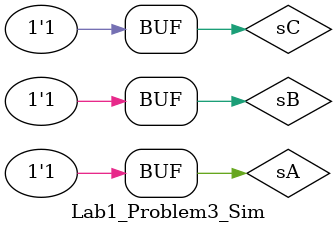
<source format=sv>
`timescale 1ns / 1ps


module Lab1_Problem3_Sim();
    logic sA, sB, sC, sX, sY;
    
    Lab1_Problem3_TruthTables UUT (
        .A(sA), .B(sB), .C(sC), .X(sX), .Y(sY));
        
    initial begin
        sA = 0;
        sB = 0;
        sC = 0;
        #10;
        
        sA = 0;
        sB = 0;
        sC = 1;
        #10;
        
        sA = 0;
        sB = 1;
        sC = 0;
        #10;
        
        sA = 0;
        sB = 1;
        sC = 1;
        #10;
        
        sA = 1;
        sB = 0;
        sC = 0;
        #10;
        
        sA = 1;
        sB = 0;
        sC = 1;
        #10;
        
        sA = 1;
        sB = 1;
        sC = 0;
        #10;
        
        sA = 1;
        sB = 1;
        sC = 1;
        #10;
        
    end
endmodule

</source>
